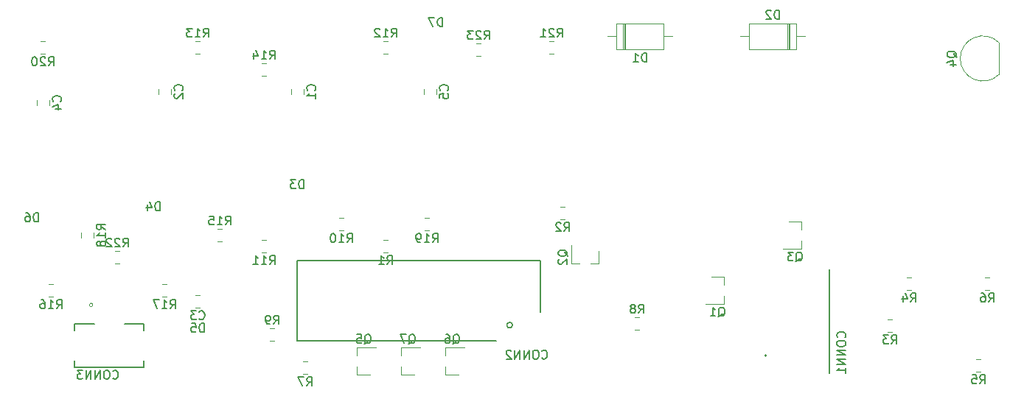
<source format=gbr>
G04 #@! TF.GenerationSoftware,KiCad,Pcbnew,(5.1.6-0-10_14)*
G04 #@! TF.CreationDate,2020-06-30T11:40:46-07:00*
G04 #@! TF.ProjectId,Pufferfish-Interface-1,50756666-6572-4666-9973-682d496e7465,v0.1*
G04 #@! TF.SameCoordinates,Original*
G04 #@! TF.FileFunction,Legend,Bot*
G04 #@! TF.FilePolarity,Positive*
%FSLAX46Y46*%
G04 Gerber Fmt 4.6, Leading zero omitted, Abs format (unit mm)*
G04 Created by KiCad (PCBNEW (5.1.6-0-10_14)) date 2020-06-30 11:40:46*
%MOMM*%
%LPD*%
G01*
G04 APERTURE LIST*
%ADD10C,0.200000*%
%ADD11C,0.120000*%
%ADD12C,0.100000*%
%ADD13C,0.127000*%
%ADD14C,0.150000*%
G04 APERTURE END LIST*
D10*
X74237788Y-50990500D02*
G75*
G03*
X74237788Y-50990500I-323788J0D01*
G01*
X77470000Y-43561000D02*
X77470000Y-49530000D01*
X49530000Y-43561000D02*
X77470000Y-43561000D01*
X49530000Y-52832000D02*
X49530000Y-43561000D01*
X72390000Y-52832000D02*
X49530000Y-52832000D01*
D11*
X70616578Y-18594000D02*
X70099422Y-18594000D01*
X70616578Y-20014000D02*
X70099422Y-20014000D01*
X78998578Y-18340000D02*
X78481422Y-18340000D01*
X78998578Y-19760000D02*
X78481422Y-19760000D01*
X64178922Y-40080000D02*
X64696078Y-40080000D01*
X64178922Y-38660000D02*
X64696078Y-38660000D01*
X65480000Y-24388578D02*
X65480000Y-23871422D01*
X64060000Y-24388578D02*
X64060000Y-23871422D01*
X88826078Y-50090000D02*
X88308922Y-50090000D01*
X88826078Y-51510000D02*
X88308922Y-51510000D01*
X50208922Y-56590000D02*
X50726078Y-56590000D01*
X50208922Y-55170000D02*
X50726078Y-55170000D01*
X29136078Y-43890000D02*
X28618922Y-43890000D01*
X29136078Y-42470000D02*
X28618922Y-42470000D01*
X20061422Y-18340000D02*
X20578578Y-18340000D01*
X20061422Y-19760000D02*
X20578578Y-19760000D01*
X24690000Y-40898578D02*
X24690000Y-40381422D01*
X26110000Y-40898578D02*
X26110000Y-40381422D01*
X40898578Y-39930000D02*
X40381422Y-39930000D01*
X40898578Y-41350000D02*
X40381422Y-41350000D01*
X38358578Y-19760000D02*
X37841422Y-19760000D01*
X38358578Y-18340000D02*
X37841422Y-18340000D01*
X45461422Y-42620000D02*
X45978578Y-42620000D01*
X45461422Y-41200000D02*
X45978578Y-41200000D01*
X54351422Y-38660000D02*
X54868578Y-38660000D01*
X54351422Y-40080000D02*
X54868578Y-40080000D01*
D12*
X103445000Y-54446000D02*
G75*
G03*
X103445000Y-54446000I-127000J0D01*
G01*
D13*
X110668000Y-44571000D02*
X110668000Y-56521000D01*
D11*
X19610000Y-25658578D02*
X19610000Y-25141422D01*
X21030000Y-25658578D02*
X21030000Y-25141422D01*
X33580000Y-24388578D02*
X33580000Y-23871422D01*
X35000000Y-24388578D02*
X35000000Y-23871422D01*
X48820000Y-24388578D02*
X48820000Y-23871422D01*
X50240000Y-24388578D02*
X50240000Y-23871422D01*
X37841422Y-47550000D02*
X38358578Y-47550000D01*
X37841422Y-48970000D02*
X38358578Y-48970000D01*
D12*
X26057000Y-48666000D02*
G75*
G03*
X26057000Y-48666000I-200000J0D01*
G01*
D10*
X23965000Y-55840000D02*
X31915000Y-55840000D01*
X31915000Y-55840000D02*
X31915000Y-55090000D01*
X23965000Y-55840000D02*
X23965000Y-55090000D01*
X23965000Y-51590000D02*
X23965000Y-50840000D01*
X23965000Y-50840000D02*
X26190000Y-50840000D01*
X29690000Y-50840000D02*
X31915000Y-50840000D01*
X31915000Y-50840000D02*
X31915000Y-51590000D01*
D11*
X86960000Y-19250000D02*
X86960000Y-16310000D01*
X87200000Y-19250000D02*
X87200000Y-16310000D01*
X87080000Y-19250000D02*
X87080000Y-16310000D01*
X92640000Y-17780000D02*
X91620000Y-17780000D01*
X85160000Y-17780000D02*
X86180000Y-17780000D01*
X91620000Y-19250000D02*
X86180000Y-19250000D01*
X91620000Y-16310000D02*
X91620000Y-19250000D01*
X86180000Y-16310000D02*
X91620000Y-16310000D01*
X86180000Y-19250000D02*
X86180000Y-16310000D01*
X106080000Y-16310000D02*
X106080000Y-19250000D01*
X105840000Y-16310000D02*
X105840000Y-19250000D01*
X105960000Y-16310000D02*
X105960000Y-19250000D01*
X100400000Y-17780000D02*
X101420000Y-17780000D01*
X107880000Y-17780000D02*
X106860000Y-17780000D01*
X101420000Y-16310000D02*
X106860000Y-16310000D01*
X101420000Y-19250000D02*
X101420000Y-16310000D01*
X106860000Y-19250000D02*
X101420000Y-19250000D01*
X106860000Y-16310000D02*
X106860000Y-19250000D01*
X98550000Y-45410000D02*
X97090000Y-45410000D01*
X98550000Y-48570000D02*
X96390000Y-48570000D01*
X98550000Y-48570000D02*
X98550000Y-47640000D01*
X98550000Y-45410000D02*
X98550000Y-46340000D01*
X84130000Y-43940000D02*
X84130000Y-42480000D01*
X80970000Y-43940000D02*
X80970000Y-41780000D01*
X80970000Y-43940000D02*
X81900000Y-43940000D01*
X84130000Y-43940000D02*
X83200000Y-43940000D01*
X107440000Y-39060000D02*
X105980000Y-39060000D01*
X107440000Y-42220000D02*
X105280000Y-42220000D01*
X107440000Y-42220000D02*
X107440000Y-41290000D01*
X107440000Y-39060000D02*
X107440000Y-39990000D01*
X130120000Y-18520000D02*
X130120000Y-22120000D01*
X130108478Y-22158478D02*
G75*
G02*
X125670000Y-20320000I-1838478J1838478D01*
G01*
X130108478Y-18481522D02*
G75*
G03*
X125670000Y-20320000I-1838478J-1838478D01*
G01*
X56390000Y-56698000D02*
X56390000Y-55768000D01*
X56390000Y-53538000D02*
X56390000Y-54468000D01*
X56390000Y-53538000D02*
X58550000Y-53538000D01*
X56390000Y-56698000D02*
X57850000Y-56698000D01*
X66550000Y-56698000D02*
X66550000Y-55768000D01*
X66550000Y-53538000D02*
X66550000Y-54468000D01*
X66550000Y-53538000D02*
X68710000Y-53538000D01*
X66550000Y-56698000D02*
X68010000Y-56698000D01*
X61470000Y-56698000D02*
X61470000Y-55768000D01*
X61470000Y-53538000D02*
X61470000Y-54468000D01*
X61470000Y-53538000D02*
X63630000Y-53538000D01*
X61470000Y-56698000D02*
X62930000Y-56698000D01*
X59431422Y-41200000D02*
X59948578Y-41200000D01*
X59431422Y-42620000D02*
X59948578Y-42620000D01*
X79751422Y-37390000D02*
X80268578Y-37390000D01*
X79751422Y-38810000D02*
X80268578Y-38810000D01*
X117343422Y-50344000D02*
X117860578Y-50344000D01*
X117343422Y-51764000D02*
X117860578Y-51764000D01*
X119550922Y-45518000D02*
X120068078Y-45518000D01*
X119550922Y-46938000D02*
X120068078Y-46938000D01*
X127503422Y-54916000D02*
X128020578Y-54916000D01*
X127503422Y-56336000D02*
X128020578Y-56336000D01*
X128519422Y-45518000D02*
X129036578Y-45518000D01*
X128519422Y-46938000D02*
X129036578Y-46938000D01*
X46916078Y-51360000D02*
X46398922Y-51360000D01*
X46916078Y-52780000D02*
X46398922Y-52780000D01*
X59948578Y-19760000D02*
X59431422Y-19760000D01*
X59948578Y-18340000D02*
X59431422Y-18340000D01*
X45978578Y-20880000D02*
X45461422Y-20880000D01*
X45978578Y-22300000D02*
X45461422Y-22300000D01*
X20998922Y-46280000D02*
X21516078Y-46280000D01*
X20998922Y-47700000D02*
X21516078Y-47700000D01*
X34031422Y-46280000D02*
X34548578Y-46280000D01*
X34031422Y-47700000D02*
X34548578Y-47700000D01*
D14*
X77620595Y-54776642D02*
X77668214Y-54824261D01*
X77811071Y-54871880D01*
X77906309Y-54871880D01*
X78049166Y-54824261D01*
X78144404Y-54729023D01*
X78192023Y-54633785D01*
X78239642Y-54443309D01*
X78239642Y-54300452D01*
X78192023Y-54109976D01*
X78144404Y-54014738D01*
X78049166Y-53919500D01*
X77906309Y-53871880D01*
X77811071Y-53871880D01*
X77668214Y-53919500D01*
X77620595Y-53967119D01*
X77001547Y-53871880D02*
X76811071Y-53871880D01*
X76715833Y-53919500D01*
X76620595Y-54014738D01*
X76572976Y-54205214D01*
X76572976Y-54538547D01*
X76620595Y-54729023D01*
X76715833Y-54824261D01*
X76811071Y-54871880D01*
X77001547Y-54871880D01*
X77096785Y-54824261D01*
X77192023Y-54729023D01*
X77239642Y-54538547D01*
X77239642Y-54205214D01*
X77192023Y-54014738D01*
X77096785Y-53919500D01*
X77001547Y-53871880D01*
X76144404Y-54871880D02*
X76144404Y-53871880D01*
X75572976Y-54871880D01*
X75572976Y-53871880D01*
X75096785Y-54871880D02*
X75096785Y-53871880D01*
X74525357Y-54871880D01*
X74525357Y-53871880D01*
X74096785Y-53967119D02*
X74049166Y-53919500D01*
X73953928Y-53871880D01*
X73715833Y-53871880D01*
X73620595Y-53919500D01*
X73572976Y-53967119D01*
X73525357Y-54062357D01*
X73525357Y-54157595D01*
X73572976Y-54300452D01*
X74144404Y-54871880D01*
X73525357Y-54871880D01*
X71000857Y-18106380D02*
X71334190Y-17630190D01*
X71572285Y-18106380D02*
X71572285Y-17106380D01*
X71191333Y-17106380D01*
X71096095Y-17154000D01*
X71048476Y-17201619D01*
X71000857Y-17296857D01*
X71000857Y-17439714D01*
X71048476Y-17534952D01*
X71096095Y-17582571D01*
X71191333Y-17630190D01*
X71572285Y-17630190D01*
X70619904Y-17201619D02*
X70572285Y-17154000D01*
X70477047Y-17106380D01*
X70238952Y-17106380D01*
X70143714Y-17154000D01*
X70096095Y-17201619D01*
X70048476Y-17296857D01*
X70048476Y-17392095D01*
X70096095Y-17534952D01*
X70667523Y-18106380D01*
X70048476Y-18106380D01*
X69715142Y-17106380D02*
X69096095Y-17106380D01*
X69429428Y-17487333D01*
X69286571Y-17487333D01*
X69191333Y-17534952D01*
X69143714Y-17582571D01*
X69096095Y-17677809D01*
X69096095Y-17915904D01*
X69143714Y-18011142D01*
X69191333Y-18058761D01*
X69286571Y-18106380D01*
X69572285Y-18106380D01*
X69667523Y-18058761D01*
X69715142Y-18011142D01*
X79382857Y-17852380D02*
X79716190Y-17376190D01*
X79954285Y-17852380D02*
X79954285Y-16852380D01*
X79573333Y-16852380D01*
X79478095Y-16900000D01*
X79430476Y-16947619D01*
X79382857Y-17042857D01*
X79382857Y-17185714D01*
X79430476Y-17280952D01*
X79478095Y-17328571D01*
X79573333Y-17376190D01*
X79954285Y-17376190D01*
X79001904Y-16947619D02*
X78954285Y-16900000D01*
X78859047Y-16852380D01*
X78620952Y-16852380D01*
X78525714Y-16900000D01*
X78478095Y-16947619D01*
X78430476Y-17042857D01*
X78430476Y-17138095D01*
X78478095Y-17280952D01*
X79049523Y-17852380D01*
X78430476Y-17852380D01*
X77478095Y-17852380D02*
X78049523Y-17852380D01*
X77763809Y-17852380D02*
X77763809Y-16852380D01*
X77859047Y-16995238D01*
X77954285Y-17090476D01*
X78049523Y-17138095D01*
X65080357Y-41472380D02*
X65413690Y-40996190D01*
X65651785Y-41472380D02*
X65651785Y-40472380D01*
X65270833Y-40472380D01*
X65175595Y-40520000D01*
X65127976Y-40567619D01*
X65080357Y-40662857D01*
X65080357Y-40805714D01*
X65127976Y-40900952D01*
X65175595Y-40948571D01*
X65270833Y-40996190D01*
X65651785Y-40996190D01*
X64127976Y-41472380D02*
X64699404Y-41472380D01*
X64413690Y-41472380D02*
X64413690Y-40472380D01*
X64508928Y-40615238D01*
X64604166Y-40710476D01*
X64699404Y-40758095D01*
X63651785Y-41472380D02*
X63461309Y-41472380D01*
X63366071Y-41424761D01*
X63318452Y-41377142D01*
X63223214Y-41234285D01*
X63175595Y-41043809D01*
X63175595Y-40662857D01*
X63223214Y-40567619D01*
X63270833Y-40520000D01*
X63366071Y-40472380D01*
X63556547Y-40472380D01*
X63651785Y-40520000D01*
X63699404Y-40567619D01*
X63747023Y-40662857D01*
X63747023Y-40900952D01*
X63699404Y-40996190D01*
X63651785Y-41043809D01*
X63556547Y-41091428D01*
X63366071Y-41091428D01*
X63270833Y-41043809D01*
X63223214Y-40996190D01*
X63175595Y-40900952D01*
X66193095Y-16640380D02*
X66193095Y-15640380D01*
X65955000Y-15640380D01*
X65812142Y-15688000D01*
X65716904Y-15783238D01*
X65669285Y-15878476D01*
X65621666Y-16068952D01*
X65621666Y-16211809D01*
X65669285Y-16402285D01*
X65716904Y-16497523D01*
X65812142Y-16592761D01*
X65955000Y-16640380D01*
X66193095Y-16640380D01*
X65288333Y-15640380D02*
X64621666Y-15640380D01*
X65050238Y-16640380D01*
X66777142Y-23963333D02*
X66824761Y-23915714D01*
X66872380Y-23772857D01*
X66872380Y-23677619D01*
X66824761Y-23534761D01*
X66729523Y-23439523D01*
X66634285Y-23391904D01*
X66443809Y-23344285D01*
X66300952Y-23344285D01*
X66110476Y-23391904D01*
X66015238Y-23439523D01*
X65920000Y-23534761D01*
X65872380Y-23677619D01*
X65872380Y-23772857D01*
X65920000Y-23915714D01*
X65967619Y-23963333D01*
X65872380Y-24868095D02*
X65872380Y-24391904D01*
X66348571Y-24344285D01*
X66300952Y-24391904D01*
X66253333Y-24487142D01*
X66253333Y-24725238D01*
X66300952Y-24820476D01*
X66348571Y-24868095D01*
X66443809Y-24915714D01*
X66681904Y-24915714D01*
X66777142Y-24868095D01*
X66824761Y-24820476D01*
X66872380Y-24725238D01*
X66872380Y-24487142D01*
X66824761Y-24391904D01*
X66777142Y-24344285D01*
X88734166Y-49602380D02*
X89067500Y-49126190D01*
X89305595Y-49602380D02*
X89305595Y-48602380D01*
X88924642Y-48602380D01*
X88829404Y-48650000D01*
X88781785Y-48697619D01*
X88734166Y-48792857D01*
X88734166Y-48935714D01*
X88781785Y-49030952D01*
X88829404Y-49078571D01*
X88924642Y-49126190D01*
X89305595Y-49126190D01*
X88162738Y-49030952D02*
X88257976Y-48983333D01*
X88305595Y-48935714D01*
X88353214Y-48840476D01*
X88353214Y-48792857D01*
X88305595Y-48697619D01*
X88257976Y-48650000D01*
X88162738Y-48602380D01*
X87972261Y-48602380D01*
X87877023Y-48650000D01*
X87829404Y-48697619D01*
X87781785Y-48792857D01*
X87781785Y-48840476D01*
X87829404Y-48935714D01*
X87877023Y-48983333D01*
X87972261Y-49030952D01*
X88162738Y-49030952D01*
X88257976Y-49078571D01*
X88305595Y-49126190D01*
X88353214Y-49221428D01*
X88353214Y-49411904D01*
X88305595Y-49507142D01*
X88257976Y-49554761D01*
X88162738Y-49602380D01*
X87972261Y-49602380D01*
X87877023Y-49554761D01*
X87829404Y-49507142D01*
X87781785Y-49411904D01*
X87781785Y-49221428D01*
X87829404Y-49126190D01*
X87877023Y-49078571D01*
X87972261Y-49030952D01*
X50634166Y-57982380D02*
X50967500Y-57506190D01*
X51205595Y-57982380D02*
X51205595Y-56982380D01*
X50824642Y-56982380D01*
X50729404Y-57030000D01*
X50681785Y-57077619D01*
X50634166Y-57172857D01*
X50634166Y-57315714D01*
X50681785Y-57410952D01*
X50729404Y-57458571D01*
X50824642Y-57506190D01*
X51205595Y-57506190D01*
X50300833Y-56982380D02*
X49634166Y-56982380D01*
X50062738Y-57982380D01*
X29520357Y-41982380D02*
X29853690Y-41506190D01*
X30091785Y-41982380D02*
X30091785Y-40982380D01*
X29710833Y-40982380D01*
X29615595Y-41030000D01*
X29567976Y-41077619D01*
X29520357Y-41172857D01*
X29520357Y-41315714D01*
X29567976Y-41410952D01*
X29615595Y-41458571D01*
X29710833Y-41506190D01*
X30091785Y-41506190D01*
X29139404Y-41077619D02*
X29091785Y-41030000D01*
X28996547Y-40982380D01*
X28758452Y-40982380D01*
X28663214Y-41030000D01*
X28615595Y-41077619D01*
X28567976Y-41172857D01*
X28567976Y-41268095D01*
X28615595Y-41410952D01*
X29187023Y-41982380D01*
X28567976Y-41982380D01*
X28187023Y-41077619D02*
X28139404Y-41030000D01*
X28044166Y-40982380D01*
X27806071Y-40982380D01*
X27710833Y-41030000D01*
X27663214Y-41077619D01*
X27615595Y-41172857D01*
X27615595Y-41268095D01*
X27663214Y-41410952D01*
X28234642Y-41982380D01*
X27615595Y-41982380D01*
X20962857Y-21152380D02*
X21296190Y-20676190D01*
X21534285Y-21152380D02*
X21534285Y-20152380D01*
X21153333Y-20152380D01*
X21058095Y-20200000D01*
X21010476Y-20247619D01*
X20962857Y-20342857D01*
X20962857Y-20485714D01*
X21010476Y-20580952D01*
X21058095Y-20628571D01*
X21153333Y-20676190D01*
X21534285Y-20676190D01*
X20581904Y-20247619D02*
X20534285Y-20200000D01*
X20439047Y-20152380D01*
X20200952Y-20152380D01*
X20105714Y-20200000D01*
X20058095Y-20247619D01*
X20010476Y-20342857D01*
X20010476Y-20438095D01*
X20058095Y-20580952D01*
X20629523Y-21152380D01*
X20010476Y-21152380D01*
X19391428Y-20152380D02*
X19296190Y-20152380D01*
X19200952Y-20200000D01*
X19153333Y-20247619D01*
X19105714Y-20342857D01*
X19058095Y-20533333D01*
X19058095Y-20771428D01*
X19105714Y-20961904D01*
X19153333Y-21057142D01*
X19200952Y-21104761D01*
X19296190Y-21152380D01*
X19391428Y-21152380D01*
X19486666Y-21104761D01*
X19534285Y-21057142D01*
X19581904Y-20961904D01*
X19629523Y-20771428D01*
X19629523Y-20533333D01*
X19581904Y-20342857D01*
X19534285Y-20247619D01*
X19486666Y-20200000D01*
X19391428Y-20152380D01*
X27502380Y-39997142D02*
X27026190Y-39663809D01*
X27502380Y-39425714D02*
X26502380Y-39425714D01*
X26502380Y-39806666D01*
X26550000Y-39901904D01*
X26597619Y-39949523D01*
X26692857Y-39997142D01*
X26835714Y-39997142D01*
X26930952Y-39949523D01*
X26978571Y-39901904D01*
X27026190Y-39806666D01*
X27026190Y-39425714D01*
X27502380Y-40949523D02*
X27502380Y-40378095D01*
X27502380Y-40663809D02*
X26502380Y-40663809D01*
X26645238Y-40568571D01*
X26740476Y-40473333D01*
X26788095Y-40378095D01*
X26930952Y-41520952D02*
X26883333Y-41425714D01*
X26835714Y-41378095D01*
X26740476Y-41330476D01*
X26692857Y-41330476D01*
X26597619Y-41378095D01*
X26550000Y-41425714D01*
X26502380Y-41520952D01*
X26502380Y-41711428D01*
X26550000Y-41806666D01*
X26597619Y-41854285D01*
X26692857Y-41901904D01*
X26740476Y-41901904D01*
X26835714Y-41854285D01*
X26883333Y-41806666D01*
X26930952Y-41711428D01*
X26930952Y-41520952D01*
X26978571Y-41425714D01*
X27026190Y-41378095D01*
X27121428Y-41330476D01*
X27311904Y-41330476D01*
X27407142Y-41378095D01*
X27454761Y-41425714D01*
X27502380Y-41520952D01*
X27502380Y-41711428D01*
X27454761Y-41806666D01*
X27407142Y-41854285D01*
X27311904Y-41901904D01*
X27121428Y-41901904D01*
X27026190Y-41854285D01*
X26978571Y-41806666D01*
X26930952Y-41711428D01*
X41282857Y-39442380D02*
X41616190Y-38966190D01*
X41854285Y-39442380D02*
X41854285Y-38442380D01*
X41473333Y-38442380D01*
X41378095Y-38490000D01*
X41330476Y-38537619D01*
X41282857Y-38632857D01*
X41282857Y-38775714D01*
X41330476Y-38870952D01*
X41378095Y-38918571D01*
X41473333Y-38966190D01*
X41854285Y-38966190D01*
X40330476Y-39442380D02*
X40901904Y-39442380D01*
X40616190Y-39442380D02*
X40616190Y-38442380D01*
X40711428Y-38585238D01*
X40806666Y-38680476D01*
X40901904Y-38728095D01*
X39425714Y-38442380D02*
X39901904Y-38442380D01*
X39949523Y-38918571D01*
X39901904Y-38870952D01*
X39806666Y-38823333D01*
X39568571Y-38823333D01*
X39473333Y-38870952D01*
X39425714Y-38918571D01*
X39378095Y-39013809D01*
X39378095Y-39251904D01*
X39425714Y-39347142D01*
X39473333Y-39394761D01*
X39568571Y-39442380D01*
X39806666Y-39442380D01*
X39901904Y-39394761D01*
X39949523Y-39347142D01*
X38742857Y-17852380D02*
X39076190Y-17376190D01*
X39314285Y-17852380D02*
X39314285Y-16852380D01*
X38933333Y-16852380D01*
X38838095Y-16900000D01*
X38790476Y-16947619D01*
X38742857Y-17042857D01*
X38742857Y-17185714D01*
X38790476Y-17280952D01*
X38838095Y-17328571D01*
X38933333Y-17376190D01*
X39314285Y-17376190D01*
X37790476Y-17852380D02*
X38361904Y-17852380D01*
X38076190Y-17852380D02*
X38076190Y-16852380D01*
X38171428Y-16995238D01*
X38266666Y-17090476D01*
X38361904Y-17138095D01*
X37457142Y-16852380D02*
X36838095Y-16852380D01*
X37171428Y-17233333D01*
X37028571Y-17233333D01*
X36933333Y-17280952D01*
X36885714Y-17328571D01*
X36838095Y-17423809D01*
X36838095Y-17661904D01*
X36885714Y-17757142D01*
X36933333Y-17804761D01*
X37028571Y-17852380D01*
X37314285Y-17852380D01*
X37409523Y-17804761D01*
X37457142Y-17757142D01*
X46362857Y-44012380D02*
X46696190Y-43536190D01*
X46934285Y-44012380D02*
X46934285Y-43012380D01*
X46553333Y-43012380D01*
X46458095Y-43060000D01*
X46410476Y-43107619D01*
X46362857Y-43202857D01*
X46362857Y-43345714D01*
X46410476Y-43440952D01*
X46458095Y-43488571D01*
X46553333Y-43536190D01*
X46934285Y-43536190D01*
X45410476Y-44012380D02*
X45981904Y-44012380D01*
X45696190Y-44012380D02*
X45696190Y-43012380D01*
X45791428Y-43155238D01*
X45886666Y-43250476D01*
X45981904Y-43298095D01*
X44458095Y-44012380D02*
X45029523Y-44012380D01*
X44743809Y-44012380D02*
X44743809Y-43012380D01*
X44839047Y-43155238D01*
X44934285Y-43250476D01*
X45029523Y-43298095D01*
X55252857Y-41472380D02*
X55586190Y-40996190D01*
X55824285Y-41472380D02*
X55824285Y-40472380D01*
X55443333Y-40472380D01*
X55348095Y-40520000D01*
X55300476Y-40567619D01*
X55252857Y-40662857D01*
X55252857Y-40805714D01*
X55300476Y-40900952D01*
X55348095Y-40948571D01*
X55443333Y-40996190D01*
X55824285Y-40996190D01*
X54300476Y-41472380D02*
X54871904Y-41472380D01*
X54586190Y-41472380D02*
X54586190Y-40472380D01*
X54681428Y-40615238D01*
X54776666Y-40710476D01*
X54871904Y-40758095D01*
X53681428Y-40472380D02*
X53586190Y-40472380D01*
X53490952Y-40520000D01*
X53443333Y-40567619D01*
X53395714Y-40662857D01*
X53348095Y-40853333D01*
X53348095Y-41091428D01*
X53395714Y-41281904D01*
X53443333Y-41377142D01*
X53490952Y-41424761D01*
X53586190Y-41472380D01*
X53681428Y-41472380D01*
X53776666Y-41424761D01*
X53824285Y-41377142D01*
X53871904Y-41281904D01*
X53919523Y-41091428D01*
X53919523Y-40853333D01*
X53871904Y-40662857D01*
X53824285Y-40567619D01*
X53776666Y-40520000D01*
X53681428Y-40472380D01*
X19788095Y-39092380D02*
X19788095Y-38092380D01*
X19550000Y-38092380D01*
X19407142Y-38140000D01*
X19311904Y-38235238D01*
X19264285Y-38330476D01*
X19216666Y-38520952D01*
X19216666Y-38663809D01*
X19264285Y-38854285D01*
X19311904Y-38949523D01*
X19407142Y-39044761D01*
X19550000Y-39092380D01*
X19788095Y-39092380D01*
X18359523Y-38092380D02*
X18550000Y-38092380D01*
X18645238Y-38140000D01*
X18692857Y-38187619D01*
X18788095Y-38330476D01*
X18835714Y-38520952D01*
X18835714Y-38901904D01*
X18788095Y-38997142D01*
X18740476Y-39044761D01*
X18645238Y-39092380D01*
X18454761Y-39092380D01*
X18359523Y-39044761D01*
X18311904Y-38997142D01*
X18264285Y-38901904D01*
X18264285Y-38663809D01*
X18311904Y-38568571D01*
X18359523Y-38520952D01*
X18454761Y-38473333D01*
X18645238Y-38473333D01*
X18740476Y-38520952D01*
X18788095Y-38568571D01*
X18835714Y-38663809D01*
X33758095Y-37822380D02*
X33758095Y-36822380D01*
X33520000Y-36822380D01*
X33377142Y-36870000D01*
X33281904Y-36965238D01*
X33234285Y-37060476D01*
X33186666Y-37250952D01*
X33186666Y-37393809D01*
X33234285Y-37584285D01*
X33281904Y-37679523D01*
X33377142Y-37774761D01*
X33520000Y-37822380D01*
X33758095Y-37822380D01*
X32329523Y-37155714D02*
X32329523Y-37822380D01*
X32567619Y-36774761D02*
X32805714Y-37489047D01*
X32186666Y-37489047D01*
X112414831Y-52384226D02*
X112462484Y-52336572D01*
X112510138Y-52193612D01*
X112510138Y-52098305D01*
X112462484Y-51955344D01*
X112367177Y-51860037D01*
X112271870Y-51812384D01*
X112081256Y-51764730D01*
X111938296Y-51764730D01*
X111747682Y-51812384D01*
X111652375Y-51860037D01*
X111557068Y-51955344D01*
X111509414Y-52098305D01*
X111509414Y-52193612D01*
X111557068Y-52336572D01*
X111604721Y-52384226D01*
X111509414Y-53003722D02*
X111509414Y-53194336D01*
X111557068Y-53289643D01*
X111652375Y-53384950D01*
X111842989Y-53432603D01*
X112176563Y-53432603D01*
X112367177Y-53384950D01*
X112462484Y-53289643D01*
X112510138Y-53194336D01*
X112510138Y-53003722D01*
X112462484Y-52908415D01*
X112367177Y-52813108D01*
X112176563Y-52765454D01*
X111842989Y-52765454D01*
X111652375Y-52813108D01*
X111557068Y-52908415D01*
X111509414Y-53003722D01*
X112510138Y-53861485D02*
X111509414Y-53861485D01*
X112510138Y-54433327D01*
X111509414Y-54433327D01*
X112510138Y-54909863D02*
X111509414Y-54909863D01*
X112510138Y-55481705D01*
X111509414Y-55481705D01*
X112510138Y-56482429D02*
X112510138Y-55910587D01*
X112510138Y-56196508D02*
X111509414Y-56196508D01*
X111652375Y-56101201D01*
X111747682Y-56005894D01*
X111795335Y-55910587D01*
X22327142Y-25233333D02*
X22374761Y-25185714D01*
X22422380Y-25042857D01*
X22422380Y-24947619D01*
X22374761Y-24804761D01*
X22279523Y-24709523D01*
X22184285Y-24661904D01*
X21993809Y-24614285D01*
X21850952Y-24614285D01*
X21660476Y-24661904D01*
X21565238Y-24709523D01*
X21470000Y-24804761D01*
X21422380Y-24947619D01*
X21422380Y-25042857D01*
X21470000Y-25185714D01*
X21517619Y-25233333D01*
X21755714Y-26090476D02*
X22422380Y-26090476D01*
X21374761Y-25852380D02*
X22089047Y-25614285D01*
X22089047Y-26233333D01*
X36297142Y-23963333D02*
X36344761Y-23915714D01*
X36392380Y-23772857D01*
X36392380Y-23677619D01*
X36344761Y-23534761D01*
X36249523Y-23439523D01*
X36154285Y-23391904D01*
X35963809Y-23344285D01*
X35820952Y-23344285D01*
X35630476Y-23391904D01*
X35535238Y-23439523D01*
X35440000Y-23534761D01*
X35392380Y-23677619D01*
X35392380Y-23772857D01*
X35440000Y-23915714D01*
X35487619Y-23963333D01*
X35487619Y-24344285D02*
X35440000Y-24391904D01*
X35392380Y-24487142D01*
X35392380Y-24725238D01*
X35440000Y-24820476D01*
X35487619Y-24868095D01*
X35582857Y-24915714D01*
X35678095Y-24915714D01*
X35820952Y-24868095D01*
X36392380Y-24296666D01*
X36392380Y-24915714D01*
X51537142Y-23963333D02*
X51584761Y-23915714D01*
X51632380Y-23772857D01*
X51632380Y-23677619D01*
X51584761Y-23534761D01*
X51489523Y-23439523D01*
X51394285Y-23391904D01*
X51203809Y-23344285D01*
X51060952Y-23344285D01*
X50870476Y-23391904D01*
X50775238Y-23439523D01*
X50680000Y-23534761D01*
X50632380Y-23677619D01*
X50632380Y-23772857D01*
X50680000Y-23915714D01*
X50727619Y-23963333D01*
X51632380Y-24915714D02*
X51632380Y-24344285D01*
X51632380Y-24630000D02*
X50632380Y-24630000D01*
X50775238Y-24534761D01*
X50870476Y-24439523D01*
X50918095Y-24344285D01*
X38266666Y-50267142D02*
X38314285Y-50314761D01*
X38457142Y-50362380D01*
X38552380Y-50362380D01*
X38695238Y-50314761D01*
X38790476Y-50219523D01*
X38838095Y-50124285D01*
X38885714Y-49933809D01*
X38885714Y-49790952D01*
X38838095Y-49600476D01*
X38790476Y-49505238D01*
X38695238Y-49410000D01*
X38552380Y-49362380D01*
X38457142Y-49362380D01*
X38314285Y-49410000D01*
X38266666Y-49457619D01*
X37933333Y-49362380D02*
X37314285Y-49362380D01*
X37647619Y-49743333D01*
X37504761Y-49743333D01*
X37409523Y-49790952D01*
X37361904Y-49838571D01*
X37314285Y-49933809D01*
X37314285Y-50171904D01*
X37361904Y-50267142D01*
X37409523Y-50314761D01*
X37504761Y-50362380D01*
X37790476Y-50362380D01*
X37885714Y-50314761D01*
X37933333Y-50267142D01*
X28353619Y-57089893D02*
X28401299Y-57137574D01*
X28544341Y-57185254D01*
X28639702Y-57185254D01*
X28782743Y-57137574D01*
X28878104Y-57042213D01*
X28925785Y-56946852D01*
X28973465Y-56756130D01*
X28973465Y-56613088D01*
X28925785Y-56422366D01*
X28878104Y-56327005D01*
X28782743Y-56231644D01*
X28639702Y-56183963D01*
X28544341Y-56183963D01*
X28401299Y-56231644D01*
X28353619Y-56279325D01*
X27733772Y-56183963D02*
X27543050Y-56183963D01*
X27447689Y-56231644D01*
X27352328Y-56327005D01*
X27304647Y-56517727D01*
X27304647Y-56851491D01*
X27352328Y-57042213D01*
X27447689Y-57137574D01*
X27543050Y-57185254D01*
X27733772Y-57185254D01*
X27829133Y-57137574D01*
X27924494Y-57042213D01*
X27972174Y-56851491D01*
X27972174Y-56517727D01*
X27924494Y-56327005D01*
X27829133Y-56231644D01*
X27733772Y-56183963D01*
X26875522Y-57185254D02*
X26875522Y-56183963D01*
X26303356Y-57185254D01*
X26303356Y-56183963D01*
X25826551Y-57185254D02*
X25826551Y-56183963D01*
X25254385Y-57185254D01*
X25254385Y-56183963D01*
X24872940Y-56183963D02*
X24253094Y-56183963D01*
X24586857Y-56565408D01*
X24443816Y-56565408D01*
X24348455Y-56613088D01*
X24300774Y-56660769D01*
X24253094Y-56756130D01*
X24253094Y-56994532D01*
X24300774Y-57089893D01*
X24348455Y-57137574D01*
X24443816Y-57185254D01*
X24729899Y-57185254D01*
X24825260Y-57137574D01*
X24872940Y-57089893D01*
X89638095Y-20702380D02*
X89638095Y-19702380D01*
X89400000Y-19702380D01*
X89257142Y-19750000D01*
X89161904Y-19845238D01*
X89114285Y-19940476D01*
X89066666Y-20130952D01*
X89066666Y-20273809D01*
X89114285Y-20464285D01*
X89161904Y-20559523D01*
X89257142Y-20654761D01*
X89400000Y-20702380D01*
X89638095Y-20702380D01*
X88114285Y-20702380D02*
X88685714Y-20702380D01*
X88400000Y-20702380D02*
X88400000Y-19702380D01*
X88495238Y-19845238D01*
X88590476Y-19940476D01*
X88685714Y-19988095D01*
X104878095Y-15762380D02*
X104878095Y-14762380D01*
X104640000Y-14762380D01*
X104497142Y-14810000D01*
X104401904Y-14905238D01*
X104354285Y-15000476D01*
X104306666Y-15190952D01*
X104306666Y-15333809D01*
X104354285Y-15524285D01*
X104401904Y-15619523D01*
X104497142Y-15714761D01*
X104640000Y-15762380D01*
X104878095Y-15762380D01*
X103925714Y-14857619D02*
X103878095Y-14810000D01*
X103782857Y-14762380D01*
X103544761Y-14762380D01*
X103449523Y-14810000D01*
X103401904Y-14857619D01*
X103354285Y-14952857D01*
X103354285Y-15048095D01*
X103401904Y-15190952D01*
X103973333Y-15762380D01*
X103354285Y-15762380D01*
X50268095Y-35282380D02*
X50268095Y-34282380D01*
X50030000Y-34282380D01*
X49887142Y-34330000D01*
X49791904Y-34425238D01*
X49744285Y-34520476D01*
X49696666Y-34710952D01*
X49696666Y-34853809D01*
X49744285Y-35044285D01*
X49791904Y-35139523D01*
X49887142Y-35234761D01*
X50030000Y-35282380D01*
X50268095Y-35282380D01*
X49363333Y-34282380D02*
X48744285Y-34282380D01*
X49077619Y-34663333D01*
X48934761Y-34663333D01*
X48839523Y-34710952D01*
X48791904Y-34758571D01*
X48744285Y-34853809D01*
X48744285Y-35091904D01*
X48791904Y-35187142D01*
X48839523Y-35234761D01*
X48934761Y-35282380D01*
X49220476Y-35282380D01*
X49315714Y-35234761D01*
X49363333Y-35187142D01*
X38838095Y-51792380D02*
X38838095Y-50792380D01*
X38600000Y-50792380D01*
X38457142Y-50840000D01*
X38361904Y-50935238D01*
X38314285Y-51030476D01*
X38266666Y-51220952D01*
X38266666Y-51363809D01*
X38314285Y-51554285D01*
X38361904Y-51649523D01*
X38457142Y-51744761D01*
X38600000Y-51792380D01*
X38838095Y-51792380D01*
X37361904Y-50792380D02*
X37838095Y-50792380D01*
X37885714Y-51268571D01*
X37838095Y-51220952D01*
X37742857Y-51173333D01*
X37504761Y-51173333D01*
X37409523Y-51220952D01*
X37361904Y-51268571D01*
X37314285Y-51363809D01*
X37314285Y-51601904D01*
X37361904Y-51697142D01*
X37409523Y-51744761D01*
X37504761Y-51792380D01*
X37742857Y-51792380D01*
X37838095Y-51744761D01*
X37885714Y-51697142D01*
X97885238Y-50037619D02*
X97980476Y-49990000D01*
X98075714Y-49894761D01*
X98218571Y-49751904D01*
X98313809Y-49704285D01*
X98409047Y-49704285D01*
X98361428Y-49942380D02*
X98456666Y-49894761D01*
X98551904Y-49799523D01*
X98599523Y-49609047D01*
X98599523Y-49275714D01*
X98551904Y-49085238D01*
X98456666Y-48990000D01*
X98361428Y-48942380D01*
X98170952Y-48942380D01*
X98075714Y-48990000D01*
X97980476Y-49085238D01*
X97932857Y-49275714D01*
X97932857Y-49609047D01*
X97980476Y-49799523D01*
X98075714Y-49894761D01*
X98170952Y-49942380D01*
X98361428Y-49942380D01*
X96980476Y-49942380D02*
X97551904Y-49942380D01*
X97266190Y-49942380D02*
X97266190Y-48942380D01*
X97361428Y-49085238D01*
X97456666Y-49180476D01*
X97551904Y-49228095D01*
X80597619Y-43084761D02*
X80550000Y-42989523D01*
X80454761Y-42894285D01*
X80311904Y-42751428D01*
X80264285Y-42656190D01*
X80264285Y-42560952D01*
X80502380Y-42608571D02*
X80454761Y-42513333D01*
X80359523Y-42418095D01*
X80169047Y-42370476D01*
X79835714Y-42370476D01*
X79645238Y-42418095D01*
X79550000Y-42513333D01*
X79502380Y-42608571D01*
X79502380Y-42799047D01*
X79550000Y-42894285D01*
X79645238Y-42989523D01*
X79835714Y-43037142D01*
X80169047Y-43037142D01*
X80359523Y-42989523D01*
X80454761Y-42894285D01*
X80502380Y-42799047D01*
X80502380Y-42608571D01*
X79597619Y-43418095D02*
X79550000Y-43465714D01*
X79502380Y-43560952D01*
X79502380Y-43799047D01*
X79550000Y-43894285D01*
X79597619Y-43941904D01*
X79692857Y-43989523D01*
X79788095Y-43989523D01*
X79930952Y-43941904D01*
X80502380Y-43370476D01*
X80502380Y-43989523D01*
X106775238Y-43687619D02*
X106870476Y-43640000D01*
X106965714Y-43544761D01*
X107108571Y-43401904D01*
X107203809Y-43354285D01*
X107299047Y-43354285D01*
X107251428Y-43592380D02*
X107346666Y-43544761D01*
X107441904Y-43449523D01*
X107489523Y-43259047D01*
X107489523Y-42925714D01*
X107441904Y-42735238D01*
X107346666Y-42640000D01*
X107251428Y-42592380D01*
X107060952Y-42592380D01*
X106965714Y-42640000D01*
X106870476Y-42735238D01*
X106822857Y-42925714D01*
X106822857Y-43259047D01*
X106870476Y-43449523D01*
X106965714Y-43544761D01*
X107060952Y-43592380D01*
X107251428Y-43592380D01*
X106489523Y-42592380D02*
X105870476Y-42592380D01*
X106203809Y-42973333D01*
X106060952Y-42973333D01*
X105965714Y-43020952D01*
X105918095Y-43068571D01*
X105870476Y-43163809D01*
X105870476Y-43401904D01*
X105918095Y-43497142D01*
X105965714Y-43544761D01*
X106060952Y-43592380D01*
X106346666Y-43592380D01*
X106441904Y-43544761D01*
X106489523Y-43497142D01*
X125257619Y-20224761D02*
X125210000Y-20129523D01*
X125114761Y-20034285D01*
X124971904Y-19891428D01*
X124924285Y-19796190D01*
X124924285Y-19700952D01*
X125162380Y-19748571D02*
X125114761Y-19653333D01*
X125019523Y-19558095D01*
X124829047Y-19510476D01*
X124495714Y-19510476D01*
X124305238Y-19558095D01*
X124210000Y-19653333D01*
X124162380Y-19748571D01*
X124162380Y-19939047D01*
X124210000Y-20034285D01*
X124305238Y-20129523D01*
X124495714Y-20177142D01*
X124829047Y-20177142D01*
X125019523Y-20129523D01*
X125114761Y-20034285D01*
X125162380Y-19939047D01*
X125162380Y-19748571D01*
X124495714Y-21034285D02*
X125162380Y-21034285D01*
X124114761Y-20796190D02*
X124829047Y-20558095D01*
X124829047Y-21177142D01*
X57245238Y-53165619D02*
X57340476Y-53118000D01*
X57435714Y-53022761D01*
X57578571Y-52879904D01*
X57673809Y-52832285D01*
X57769047Y-52832285D01*
X57721428Y-53070380D02*
X57816666Y-53022761D01*
X57911904Y-52927523D01*
X57959523Y-52737047D01*
X57959523Y-52403714D01*
X57911904Y-52213238D01*
X57816666Y-52118000D01*
X57721428Y-52070380D01*
X57530952Y-52070380D01*
X57435714Y-52118000D01*
X57340476Y-52213238D01*
X57292857Y-52403714D01*
X57292857Y-52737047D01*
X57340476Y-52927523D01*
X57435714Y-53022761D01*
X57530952Y-53070380D01*
X57721428Y-53070380D01*
X56388095Y-52070380D02*
X56864285Y-52070380D01*
X56911904Y-52546571D01*
X56864285Y-52498952D01*
X56769047Y-52451333D01*
X56530952Y-52451333D01*
X56435714Y-52498952D01*
X56388095Y-52546571D01*
X56340476Y-52641809D01*
X56340476Y-52879904D01*
X56388095Y-52975142D01*
X56435714Y-53022761D01*
X56530952Y-53070380D01*
X56769047Y-53070380D01*
X56864285Y-53022761D01*
X56911904Y-52975142D01*
X67405238Y-53165619D02*
X67500476Y-53118000D01*
X67595714Y-53022761D01*
X67738571Y-52879904D01*
X67833809Y-52832285D01*
X67929047Y-52832285D01*
X67881428Y-53070380D02*
X67976666Y-53022761D01*
X68071904Y-52927523D01*
X68119523Y-52737047D01*
X68119523Y-52403714D01*
X68071904Y-52213238D01*
X67976666Y-52118000D01*
X67881428Y-52070380D01*
X67690952Y-52070380D01*
X67595714Y-52118000D01*
X67500476Y-52213238D01*
X67452857Y-52403714D01*
X67452857Y-52737047D01*
X67500476Y-52927523D01*
X67595714Y-53022761D01*
X67690952Y-53070380D01*
X67881428Y-53070380D01*
X66595714Y-52070380D02*
X66786190Y-52070380D01*
X66881428Y-52118000D01*
X66929047Y-52165619D01*
X67024285Y-52308476D01*
X67071904Y-52498952D01*
X67071904Y-52879904D01*
X67024285Y-52975142D01*
X66976666Y-53022761D01*
X66881428Y-53070380D01*
X66690952Y-53070380D01*
X66595714Y-53022761D01*
X66548095Y-52975142D01*
X66500476Y-52879904D01*
X66500476Y-52641809D01*
X66548095Y-52546571D01*
X66595714Y-52498952D01*
X66690952Y-52451333D01*
X66881428Y-52451333D01*
X66976666Y-52498952D01*
X67024285Y-52546571D01*
X67071904Y-52641809D01*
X62325238Y-53165619D02*
X62420476Y-53118000D01*
X62515714Y-53022761D01*
X62658571Y-52879904D01*
X62753809Y-52832285D01*
X62849047Y-52832285D01*
X62801428Y-53070380D02*
X62896666Y-53022761D01*
X62991904Y-52927523D01*
X63039523Y-52737047D01*
X63039523Y-52403714D01*
X62991904Y-52213238D01*
X62896666Y-52118000D01*
X62801428Y-52070380D01*
X62610952Y-52070380D01*
X62515714Y-52118000D01*
X62420476Y-52213238D01*
X62372857Y-52403714D01*
X62372857Y-52737047D01*
X62420476Y-52927523D01*
X62515714Y-53022761D01*
X62610952Y-53070380D01*
X62801428Y-53070380D01*
X62039523Y-52070380D02*
X61372857Y-52070380D01*
X61801428Y-53070380D01*
X59856666Y-44012380D02*
X60190000Y-43536190D01*
X60428095Y-44012380D02*
X60428095Y-43012380D01*
X60047142Y-43012380D01*
X59951904Y-43060000D01*
X59904285Y-43107619D01*
X59856666Y-43202857D01*
X59856666Y-43345714D01*
X59904285Y-43440952D01*
X59951904Y-43488571D01*
X60047142Y-43536190D01*
X60428095Y-43536190D01*
X58904285Y-44012380D02*
X59475714Y-44012380D01*
X59190000Y-44012380D02*
X59190000Y-43012380D01*
X59285238Y-43155238D01*
X59380476Y-43250476D01*
X59475714Y-43298095D01*
X80176666Y-40202380D02*
X80510000Y-39726190D01*
X80748095Y-40202380D02*
X80748095Y-39202380D01*
X80367142Y-39202380D01*
X80271904Y-39250000D01*
X80224285Y-39297619D01*
X80176666Y-39392857D01*
X80176666Y-39535714D01*
X80224285Y-39630952D01*
X80271904Y-39678571D01*
X80367142Y-39726190D01*
X80748095Y-39726190D01*
X79795714Y-39297619D02*
X79748095Y-39250000D01*
X79652857Y-39202380D01*
X79414761Y-39202380D01*
X79319523Y-39250000D01*
X79271904Y-39297619D01*
X79224285Y-39392857D01*
X79224285Y-39488095D01*
X79271904Y-39630952D01*
X79843333Y-40202380D01*
X79224285Y-40202380D01*
X117768666Y-53156380D02*
X118102000Y-52680190D01*
X118340095Y-53156380D02*
X118340095Y-52156380D01*
X117959142Y-52156380D01*
X117863904Y-52204000D01*
X117816285Y-52251619D01*
X117768666Y-52346857D01*
X117768666Y-52489714D01*
X117816285Y-52584952D01*
X117863904Y-52632571D01*
X117959142Y-52680190D01*
X118340095Y-52680190D01*
X117435333Y-52156380D02*
X116816285Y-52156380D01*
X117149619Y-52537333D01*
X117006761Y-52537333D01*
X116911523Y-52584952D01*
X116863904Y-52632571D01*
X116816285Y-52727809D01*
X116816285Y-52965904D01*
X116863904Y-53061142D01*
X116911523Y-53108761D01*
X117006761Y-53156380D01*
X117292476Y-53156380D01*
X117387714Y-53108761D01*
X117435333Y-53061142D01*
X119976166Y-48330380D02*
X120309500Y-47854190D01*
X120547595Y-48330380D02*
X120547595Y-47330380D01*
X120166642Y-47330380D01*
X120071404Y-47378000D01*
X120023785Y-47425619D01*
X119976166Y-47520857D01*
X119976166Y-47663714D01*
X120023785Y-47758952D01*
X120071404Y-47806571D01*
X120166642Y-47854190D01*
X120547595Y-47854190D01*
X119119023Y-47663714D02*
X119119023Y-48330380D01*
X119357119Y-47282761D02*
X119595214Y-47997047D01*
X118976166Y-47997047D01*
X127928666Y-57728380D02*
X128262000Y-57252190D01*
X128500095Y-57728380D02*
X128500095Y-56728380D01*
X128119142Y-56728380D01*
X128023904Y-56776000D01*
X127976285Y-56823619D01*
X127928666Y-56918857D01*
X127928666Y-57061714D01*
X127976285Y-57156952D01*
X128023904Y-57204571D01*
X128119142Y-57252190D01*
X128500095Y-57252190D01*
X127023904Y-56728380D02*
X127500095Y-56728380D01*
X127547714Y-57204571D01*
X127500095Y-57156952D01*
X127404857Y-57109333D01*
X127166761Y-57109333D01*
X127071523Y-57156952D01*
X127023904Y-57204571D01*
X126976285Y-57299809D01*
X126976285Y-57537904D01*
X127023904Y-57633142D01*
X127071523Y-57680761D01*
X127166761Y-57728380D01*
X127404857Y-57728380D01*
X127500095Y-57680761D01*
X127547714Y-57633142D01*
X128944666Y-48330380D02*
X129278000Y-47854190D01*
X129516095Y-48330380D02*
X129516095Y-47330380D01*
X129135142Y-47330380D01*
X129039904Y-47378000D01*
X128992285Y-47425619D01*
X128944666Y-47520857D01*
X128944666Y-47663714D01*
X128992285Y-47758952D01*
X129039904Y-47806571D01*
X129135142Y-47854190D01*
X129516095Y-47854190D01*
X128087523Y-47330380D02*
X128278000Y-47330380D01*
X128373238Y-47378000D01*
X128420857Y-47425619D01*
X128516095Y-47568476D01*
X128563714Y-47758952D01*
X128563714Y-48139904D01*
X128516095Y-48235142D01*
X128468476Y-48282761D01*
X128373238Y-48330380D01*
X128182761Y-48330380D01*
X128087523Y-48282761D01*
X128039904Y-48235142D01*
X127992285Y-48139904D01*
X127992285Y-47901809D01*
X128039904Y-47806571D01*
X128087523Y-47758952D01*
X128182761Y-47711333D01*
X128373238Y-47711333D01*
X128468476Y-47758952D01*
X128516095Y-47806571D01*
X128563714Y-47901809D01*
X46824166Y-50872380D02*
X47157500Y-50396190D01*
X47395595Y-50872380D02*
X47395595Y-49872380D01*
X47014642Y-49872380D01*
X46919404Y-49920000D01*
X46871785Y-49967619D01*
X46824166Y-50062857D01*
X46824166Y-50205714D01*
X46871785Y-50300952D01*
X46919404Y-50348571D01*
X47014642Y-50396190D01*
X47395595Y-50396190D01*
X46347976Y-50872380D02*
X46157500Y-50872380D01*
X46062261Y-50824761D01*
X46014642Y-50777142D01*
X45919404Y-50634285D01*
X45871785Y-50443809D01*
X45871785Y-50062857D01*
X45919404Y-49967619D01*
X45967023Y-49920000D01*
X46062261Y-49872380D01*
X46252738Y-49872380D01*
X46347976Y-49920000D01*
X46395595Y-49967619D01*
X46443214Y-50062857D01*
X46443214Y-50300952D01*
X46395595Y-50396190D01*
X46347976Y-50443809D01*
X46252738Y-50491428D01*
X46062261Y-50491428D01*
X45967023Y-50443809D01*
X45919404Y-50396190D01*
X45871785Y-50300952D01*
X60332857Y-17852380D02*
X60666190Y-17376190D01*
X60904285Y-17852380D02*
X60904285Y-16852380D01*
X60523333Y-16852380D01*
X60428095Y-16900000D01*
X60380476Y-16947619D01*
X60332857Y-17042857D01*
X60332857Y-17185714D01*
X60380476Y-17280952D01*
X60428095Y-17328571D01*
X60523333Y-17376190D01*
X60904285Y-17376190D01*
X59380476Y-17852380D02*
X59951904Y-17852380D01*
X59666190Y-17852380D02*
X59666190Y-16852380D01*
X59761428Y-16995238D01*
X59856666Y-17090476D01*
X59951904Y-17138095D01*
X58999523Y-16947619D02*
X58951904Y-16900000D01*
X58856666Y-16852380D01*
X58618571Y-16852380D01*
X58523333Y-16900000D01*
X58475714Y-16947619D01*
X58428095Y-17042857D01*
X58428095Y-17138095D01*
X58475714Y-17280952D01*
X59047142Y-17852380D01*
X58428095Y-17852380D01*
X46362857Y-20392380D02*
X46696190Y-19916190D01*
X46934285Y-20392380D02*
X46934285Y-19392380D01*
X46553333Y-19392380D01*
X46458095Y-19440000D01*
X46410476Y-19487619D01*
X46362857Y-19582857D01*
X46362857Y-19725714D01*
X46410476Y-19820952D01*
X46458095Y-19868571D01*
X46553333Y-19916190D01*
X46934285Y-19916190D01*
X45410476Y-20392380D02*
X45981904Y-20392380D01*
X45696190Y-20392380D02*
X45696190Y-19392380D01*
X45791428Y-19535238D01*
X45886666Y-19630476D01*
X45981904Y-19678095D01*
X44553333Y-19725714D02*
X44553333Y-20392380D01*
X44791428Y-19344761D02*
X45029523Y-20059047D01*
X44410476Y-20059047D01*
X21900357Y-49092380D02*
X22233690Y-48616190D01*
X22471785Y-49092380D02*
X22471785Y-48092380D01*
X22090833Y-48092380D01*
X21995595Y-48140000D01*
X21947976Y-48187619D01*
X21900357Y-48282857D01*
X21900357Y-48425714D01*
X21947976Y-48520952D01*
X21995595Y-48568571D01*
X22090833Y-48616190D01*
X22471785Y-48616190D01*
X20947976Y-49092380D02*
X21519404Y-49092380D01*
X21233690Y-49092380D02*
X21233690Y-48092380D01*
X21328928Y-48235238D01*
X21424166Y-48330476D01*
X21519404Y-48378095D01*
X20090833Y-48092380D02*
X20281309Y-48092380D01*
X20376547Y-48140000D01*
X20424166Y-48187619D01*
X20519404Y-48330476D01*
X20567023Y-48520952D01*
X20567023Y-48901904D01*
X20519404Y-48997142D01*
X20471785Y-49044761D01*
X20376547Y-49092380D01*
X20186071Y-49092380D01*
X20090833Y-49044761D01*
X20043214Y-48997142D01*
X19995595Y-48901904D01*
X19995595Y-48663809D01*
X20043214Y-48568571D01*
X20090833Y-48520952D01*
X20186071Y-48473333D01*
X20376547Y-48473333D01*
X20471785Y-48520952D01*
X20519404Y-48568571D01*
X20567023Y-48663809D01*
X34932857Y-49092380D02*
X35266190Y-48616190D01*
X35504285Y-49092380D02*
X35504285Y-48092380D01*
X35123333Y-48092380D01*
X35028095Y-48140000D01*
X34980476Y-48187619D01*
X34932857Y-48282857D01*
X34932857Y-48425714D01*
X34980476Y-48520952D01*
X35028095Y-48568571D01*
X35123333Y-48616190D01*
X35504285Y-48616190D01*
X33980476Y-49092380D02*
X34551904Y-49092380D01*
X34266190Y-49092380D02*
X34266190Y-48092380D01*
X34361428Y-48235238D01*
X34456666Y-48330476D01*
X34551904Y-48378095D01*
X33647142Y-48092380D02*
X32980476Y-48092380D01*
X33409047Y-49092380D01*
M02*

</source>
